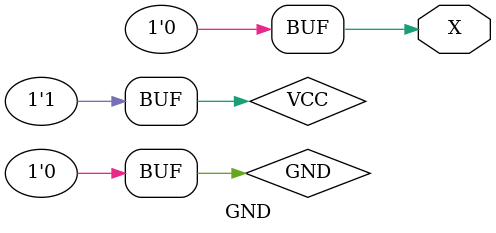
<source format=v>
module GND (X); 
output X; 
 
supply0 GND; 
supply1 VCC; 

assign X = GND; 

endmodule 

</source>
